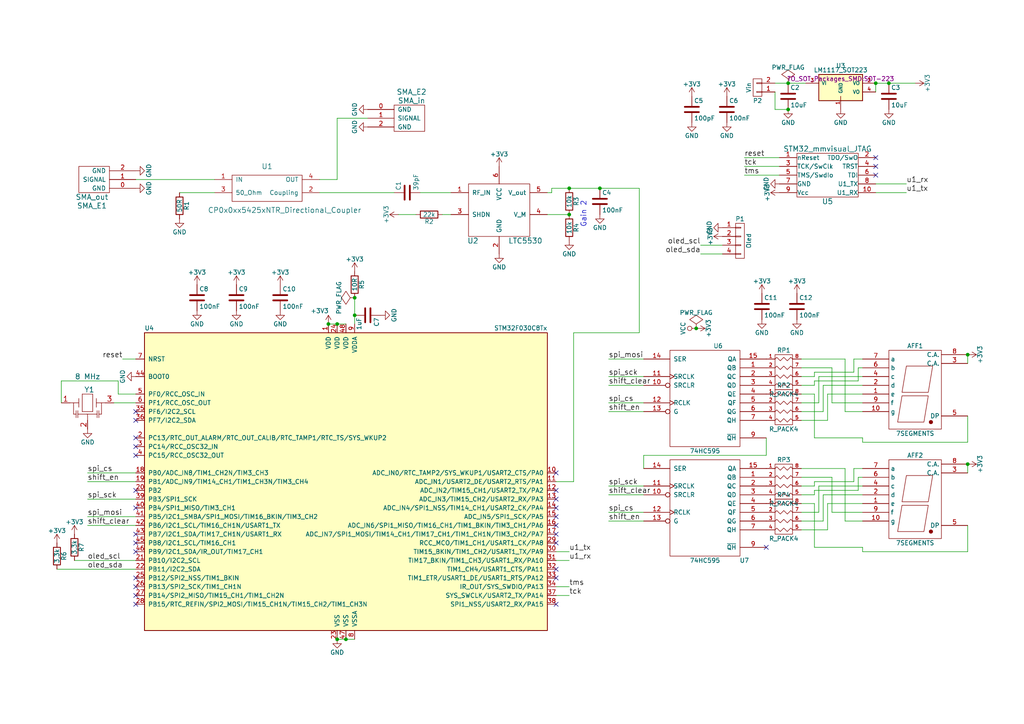
<source format=kicad_sch>
(kicad_sch (version 20230121) (generator eeschema)
  (paper "A4")
  (lib_symbols
    (symbol "cp0x0xx5425xntr_directional_coupler:CP0x0xx5425xNTR_Directional_Coupler" (pin_names (offset 1.016))
      (property "Reference" "U" (at 0 6.35 0))
      (property "Value" "CP0x0xx5425xNTR_Directional_Coupler" (at 5.08 -6.35 0))
      (symbol "CP0x0xx5425xNTR_Directional_Coupler_0_1"
        (rectangle (start -10.16 3.81) (end 10.16 -3.81))
      )
      (symbol "CP0x0xx5425xNTR_Directional_Coupler_1_1"
        (pin input line (at -15.24 2.54 0) (length 5.08) (name "IN") (number "1"))
        (pin input line (at 15.24 -1.27 180) (length 5.08) (name "Coupling") (number "2"))
        (pin input line (at -15.24 -1.27 0) (length 5.08) (name "50_Ohm") (number "3"))
        (pin input line (at 15.24 2.54 180) (length 5.08) (name "OUT") (number "4"))
      )
    )
    (symbol "ltc5530:LTC5530" (pin_names (offset 1.016))
      (property "Reference" "U" (at -5.08 -13.97 0))
      (property "Value" "LTC5530" (at 10.16 -13.97 0))
      (symbol "LTC5530_0_1"
        (rectangle (start -6.35 2.54) (end 11.43 -12.7))
      )
      (symbol "LTC5530_1_1"
        (pin input line (at -11.43 0 0) (length 5.08) (name "RF_IN") (number "1"))
        (pin power_in line (at 2.54 -17.78 90) (length 5.08) (name "GND") (number "2"))
        (pin input line (at -11.43 -6.35 0) (length 5.08) (name "SHDN") (number "3"))
        (pin input line (at 16.51 -6.35 180) (length 5.08) (name "V_M") (number "4"))
        (pin output line (at 16.51 0 180) (length 5.08) (name "V_out") (number "5"))
        (pin power_in line (at 2.54 7.62 270) (length 5.08) (name "VCC") (number "6"))
      )
    )
    (symbol "swr_meter-rescue:+3.3V" (power) (pin_names (offset 0))
      (property "Value" "+3.3V" (at 0 3.556 0))
      (symbol "+3.3V_0_1"
        (polyline (pts (xy -0.762 1.27) (xy 0 2.54)))
        (polyline (pts (xy 0 0) (xy 0 2.54)))
        (polyline (pts (xy 0 2.54) (xy 0.762 1.27)))
      )
      (symbol "+3.3V_1_1"
        (pin power_in line (at 0 0 90) (length 0) hide (name "+3V3") (number "1"))
      )
    )
    (symbol "swr_meter-rescue:74HC595" (pin_names (offset 1.016))
      (property "Reference" "U" (at 3.81 15.24 0))
      (property "Value" "74HC595" (at 0 -15.24 0))
      (symbol "74HC595_0_1"
        (rectangle (start -10.16 -13.97) (end 10.16 13.97))
      )
      (symbol "74HC595_1_1"
        (pin tri_state line (at 17.78 8.89 180) (length 7.62) (name "QB") (number "1"))
        (pin input inverted (at -17.78 3.81 0) (length 7.62) (name "SRCLR") (number "10"))
        (pin input clock (at -17.78 6.35 0) (length 7.62) (name "SRCLK") (number "11"))
        (pin input clock (at -17.78 -1.27 0) (length 7.62) (name "RCLK") (number "12"))
        (pin input inverted (at -17.78 -3.81 0) (length 7.62) (name "G") (number "13"))
        (pin input line (at -17.78 11.43 0) (length 7.62) (name "SER") (number "14"))
        (pin tri_state line (at 17.78 11.43 180) (length 7.62) (name "QA") (number "15"))
        (pin power_in line (at -7.62 13.97 270) (length 0) hide (name "VCC") (number "16"))
        (pin tri_state line (at 17.78 6.35 180) (length 7.62) (name "QC") (number "2"))
        (pin tri_state line (at 17.78 3.81 180) (length 7.62) (name "QD") (number "3"))
        (pin tri_state line (at 17.78 1.27 180) (length 7.62) (name "QE") (number "4"))
        (pin tri_state line (at 17.78 -1.27 180) (length 7.62) (name "QF") (number "5"))
        (pin tri_state line (at 17.78 -3.81 180) (length 7.62) (name "QG") (number "6"))
        (pin tri_state line (at 17.78 -6.35 180) (length 7.62) (name "QH") (number "7"))
        (pin power_in line (at -7.62 -13.97 90) (length 0) hide (name "GND") (number "8"))
        (pin output line (at 17.78 -11.43 180) (length 7.62) (name "~{QH}") (number "9"))
      )
    )
    (symbol "swr_meter-rescue:7SEGMENTS"
      (property "Reference" "AFF" (at 0 13.97 0))
      (property "Value" "7SEGMENTS" (at 0 -11.43 0))
      (symbol "7SEGMENTS_0_1"
        (rectangle (start -7.62 12.7) (end 7.62 -10.16))
        (polyline (pts (xy -3.81 -0.508) (xy 3.81 -0.508) (xy 2.54 -8.128) (xy -5.08 -8.128) (xy -3.81 -0.508) (xy -3.81 -0.508)))
        (polyline (pts (xy -2.54 8.128) (xy 5.08 8.128) (xy 3.81 0.508) (xy -3.81 0.508) (xy -2.54 8.128) (xy -2.54 8.128)))
        (circle (center 4.572 -8.128) (radius 0.508) (fill (type outline)))
      )
      (symbol "7SEGMENTS_1_1"
        (pin input line (at -15.24 0 0) (length 7.62) (name "e") (number "1"))
        (pin input line (at -15.24 -5.08 0) (length 7.62) (name "g") (number "10"))
        (pin input line (at -15.24 2.54 0) (length 7.62) (name "d") (number "2"))
        (pin input line (at 15.24 8.89 180) (length 7.62) (name "C.A.") (number "3"))
        (pin input line (at -15.24 5.08 0) (length 7.62) (name "c") (number "4"))
        (pin input line (at 15.24 -6.35 180) (length 7.62) (name "DP") (number "5"))
        (pin input line (at -15.24 7.62 0) (length 7.62) (name "b") (number "6"))
        (pin input line (at -15.24 10.16 0) (length 7.62) (name "a") (number "7"))
        (pin input line (at 15.24 11.43 180) (length 7.62) (name "C.A.") (number "8"))
        (pin input line (at -15.24 -2.54 0) (length 7.62) (name "f") (number "9"))
      )
    )
    (symbol "swr_meter-rescue:C" (pin_numbers hide) (pin_names (offset 0.254))
      (property "Reference" "C" (at 0.635 2.54 0))
      (property "Value" "C" (at 0.635 -2.54 0))
      (symbol "C_0_1"
        (polyline (pts (xy -2.032 -0.762) (xy 2.032 -0.762)) (stroke (width 0.508)))
        (polyline (pts (xy -2.032 0.762) (xy 2.032 0.762)) (stroke (width 0.508)))
      )
      (symbol "C_1_1"
        (pin passive line (at 0 3.81 270) (length 2.794) (name "~") (number "1"))
        (pin passive line (at 0 -3.81 90) (length 2.794) (name "~") (number "2"))
      )
    )
    (symbol "swr_meter-rescue:CONN_01X02" (pin_names (offset 1.016) hide)
      (property "Reference" "P" (at 0 3.81 0))
      (property "Value" "CONN_01X02" (at 2.54 0 90))
      (symbol "CONN_01X02_0_1"
        (rectangle (start -1.27 -1.143) (end 0.254 -1.397))
        (rectangle (start -1.27 1.397) (end 0.254 1.143))
        (rectangle (start -1.27 2.54) (end 1.27 -2.54))
      )
      (symbol "CONN_01X02_1_1"
        (pin passive line (at -5.08 1.27 0) (length 3.81) (name "P1") (number "1"))
        (pin passive line (at -5.08 -1.27 0) (length 3.81) (name "P2") (number "2"))
      )
    )
    (symbol "swr_meter-rescue:CONN_01X04" (pin_names (offset 1.016) hide)
      (property "Reference" "P" (at 0 6.35 0))
      (property "Value" "CONN_01X04" (at 2.54 0 90))
      (symbol "CONN_01X04_0_1"
        (rectangle (start -1.27 -3.683) (end 0.254 -3.937))
        (rectangle (start -1.27 -1.143) (end 0.254 -1.397))
        (rectangle (start -1.27 1.397) (end 0.254 1.143))
        (rectangle (start -1.27 3.937) (end 0.254 3.683))
        (rectangle (start -1.27 5.08) (end 1.27 -5.08))
      )
      (symbol "CONN_01X04_1_1"
        (pin passive line (at -5.08 3.81 0) (length 3.81) (name "P1") (number "1"))
        (pin passive line (at -5.08 1.27 0) (length 3.81) (name "P2") (number "2"))
        (pin passive line (at -5.08 -1.27 0) (length 3.81) (name "P3") (number "3"))
        (pin passive line (at -5.08 -3.81 0) (length 3.81) (name "P4") (number "4"))
      )
    )
    (symbol "swr_meter-rescue:GND" (power) (pin_names (offset 0))
      (property "Value" "GND" (at 0 -3.81 0))
      (symbol "GND_0_1"
        (polyline (pts (xy 0 0) (xy 0 -1.27) (xy 1.27 -1.27) (xy 0 -2.54) (xy -1.27 -1.27) (xy 0 -1.27)))
      )
      (symbol "GND_1_1"
        (pin power_in line (at 0 0 270) (length 0) hide (name "GND") (number "1"))
      )
    )
    (symbol "swr_meter-rescue:LM1117_SOT223" (pin_names (offset 0.762))
      (property "Reference" "U" (at 0 6.35 0))
      (property "Value" "LM1117_SOT223" (at 0 5.08 0))
      (property "Footprint" "SOT-223" (at 0 2.54 0))
      (symbol "LM1117_SOT223_0_1"
        (rectangle (start -6.35 -3.81) (end 6.35 3.81) (stroke (width 0.254)) (fill (type background)))
      )
      (symbol "LM1117_SOT223_1_1"
        (pin power_in line (at 0 -6.35 90) (length 3.81) (name "GND") (number "1"))
        (pin power_out line (at 10.16 1.27 180) (length 3.81) (name "VO") (number "2"))
        (pin power_in line (at -10.16 1.27 0) (length 3.81) (name "VI") (number "3"))
        (pin power_out line (at 10.16 -1.27 180) (length 3.81) (name "VO") (number "4"))
      )
    )
    (symbol "swr_meter-rescue:PWR_FLAG" (power) (pin_numbers hide) (pin_names (offset 0) hide)
      (property "Value" "PWR_FLAG" (at 0 4.572 0))
      (symbol "PWR_FLAG_0_0"
        (pin power_out line (at 0 0 90) (length 0) (name "pwr") (number "1"))
      )
      (symbol "PWR_FLAG_0_1"
        (polyline (pts (xy 0 0) (xy 0 1.27) (xy -1.905 2.54) (xy 0 3.81) (xy 1.905 2.54) (xy 0 1.27)))
      )
    )
    (symbol "swr_meter-rescue:R" (pin_numbers hide) (pin_names (offset 0))
      (property "Reference" "R" (at 2.032 0 90))
      (property "Value" "R" (at 0 0 90))
      (symbol "R_0_1"
        (rectangle (start -1.016 -2.54) (end 1.016 2.54) (stroke (width 0.254)))
      )
      (symbol "R_1_1"
        (pin passive line (at 0 3.81 270) (length 1.27) (name "~") (number "1"))
        (pin passive line (at 0 -3.81 90) (length 1.27) (name "~") (number "2"))
      )
    )
    (symbol "swr_meter-rescue:RESONATEUR" (pin_names (offset 0.762) hide)
      (property "Reference" "Y" (at 0.508 5.08 0))
      (property "Value" "RESONATEUR" (at 10.922 -5.08 0))
      (symbol "RESONATEUR_0_1"
        (polyline (pts (xy -5.08 1.27) (xy -2.54 1.27)))
        (polyline (pts (xy -4.064 -2.0066) (xy -3.3274 -2.0066)))
        (polyline (pts (xy -4.064 1.27) (xy -4.064 -2.0066)))
        (polyline (pts (xy -3.3274 -0.9906) (xy -3.3274 -3.048)))
        (polyline (pts (xy -2.8194 -2.0066) (xy -0.2794 -2.0066)))
        (polyline (pts (xy -2.8194 -0.9906) (xy -2.8194 -3.048)))
        (polyline (pts (xy -2.54 2.54) (xy -2.54 0)))
        (polyline (pts (xy -1.5494 -1.27) (xy 1.4986 -1.27)))
        (polyline (pts (xy -1.5494 3.81) (xy -1.5494 -1.27)))
        (polyline (pts (xy 0 -2.0066) (xy 0 -3.81)))
        (polyline (pts (xy 1.4986 -1.27) (xy 1.4986 3.81)))
        (polyline (pts (xy 1.4986 3.81) (xy -1.5494 3.81)))
        (polyline (pts (xy 2.54 2.54) (xy 2.54 0)))
        (polyline (pts (xy 2.7686 -2.0066) (xy -0.2794 -2.0066)))
        (polyline (pts (xy 2.7686 -0.9906) (xy 2.7686 -3.048)))
        (polyline (pts (xy 3.2766 -0.9906) (xy 3.2766 -3.048)))
        (polyline (pts (xy 4.0386 -2.0066) (xy 3.2766 -2.0066)))
        (polyline (pts (xy 4.0386 1.27) (xy 4.0386 -2.0066)))
        (polyline (pts (xy 5.08 1.27) (xy 2.54 1.27)))
      )
      (symbol "RESONATEUR_1_1"
        (pin passive line (at -7.62 1.27 0) (length 2.54) (name "1") (number "1"))
        (pin passive line (at 0 -6.35 90) (length 2.54) (name "2") (number "2"))
        (pin passive line (at 7.62 1.27 180) (length 2.54) (name "3") (number "3"))
      )
    )
    (symbol "swr_meter-rescue:R_PACK4" (pin_names hide)
      (property "Reference" "RP" (at 0 11.43 0))
      (property "Value" "R_PACK4" (at 0 -1.27 0))
      (symbol "R_PACK4_0_1"
        (polyline (pts (xy -2.54 10.16) (xy -2.54 0) (xy 2.54 0) (xy 2.54 10.16) (xy -2.54 10.16)))
        (polyline (pts (xy -2.54 1.27) (xy -2.032 1.778) (xy -1.016 0.762) (xy 0 1.778) (xy 1.016 0.762) (xy 2.032 1.778) (xy 2.54 1.27)))
        (polyline (pts (xy -2.54 3.81) (xy -2.032 4.318) (xy -1.016 3.302) (xy 0 4.318) (xy 1.016 3.302) (xy 2.032 4.318) (xy 2.54 3.81)))
        (polyline (pts (xy -2.54 6.35) (xy -2.032 6.858) (xy -1.016 5.842) (xy 0 6.858) (xy 1.016 5.842) (xy 2.032 6.858) (xy 2.54 6.35)))
        (polyline (pts (xy -2.54 8.89) (xy -2.032 9.398) (xy -1.016 8.382) (xy 0 9.398) (xy 1.016 8.382) (xy 2.032 9.398) (xy 2.54 8.89)))
      )
      (symbol "R_PACK4_1_1"
        (pin passive line (at -5.08 8.89 0) (length 2.54) (name "P1") (number "1"))
        (pin passive line (at -5.08 6.35 0) (length 2.54) (name "P2") (number "2"))
        (pin passive line (at -5.08 3.81 0) (length 2.54) (name "P3") (number "3"))
        (pin passive line (at -5.08 1.27 0) (length 2.54) (name "P4") (number "4"))
        (pin passive line (at 5.08 1.27 180) (length 2.54) (name "R4") (number "5"))
        (pin passive line (at 5.08 3.81 180) (length 2.54) (name "R3") (number "6"))
        (pin passive line (at 5.08 6.35 180) (length 2.54) (name "R2") (number "7"))
        (pin passive line (at 5.08 8.89 180) (length 2.54) (name "R1") (number "8"))
      )
    )
    (symbol "swr_meter-rescue:SMA_EDGE" (pin_names (offset 1.016))
      (property "Reference" "SMA_E" (at 3.81 7.62 0))
      (property "Value" "SMA_EDGE" (at 3.81 5.08 0))
      (symbol "SMA_EDGE_0_1"
        (rectangle (start -1.27 3.81) (end 7.62 -3.81))
      )
      (symbol "SMA_EDGE_1_1"
        (pin bidirectional line (at -8.89 2.54 0) (length 7.62) (name "GND") (number "0"))
        (pin bidirectional line (at -8.89 0 0) (length 7.62) (name "SIGNAL") (number "1"))
        (pin bidirectional line (at -8.89 -2.54 0) (length 7.62) (name "GND") (number "2"))
      )
    )
    (symbol "swr_meter-rescue:STM32F030C8Tx" (pin_names (offset 1.016))
      (property "Reference" "U" (at -58.42 43.815 0))
      (property "Value" "STM32F030C8Tx" (at 58.42 43.815 0))
      (property "Footprint" "LQFP48" (at 58.42 42.545 0))
      (symbol "STM32F030C8Tx_0_1"
        (rectangle (start -58.42 -43.18) (end 58.42 43.18) (stroke (width 0.254)) (fill (type background)))
      )
      (symbol "STM32F030C8Tx_1_1"
        (pin power_in line (at -5.08 45.72 270) (length 2.54) (name "VDD") (number "1"))
        (pin bidirectional line (at 60.96 2.54 180) (length 2.54) (name "ADC_IN0/RTC_TAMP2/SYS_WKUP1/USART2_CTS/PA0") (number "10"))
        (pin bidirectional line (at 60.96 0 180) (length 2.54) (name "ADC_IN1/USART2_DE/USART2_RTS/PA1") (number "11"))
        (pin bidirectional line (at 60.96 -2.54 180) (length 2.54) (name "ADC_IN2/TIM15_CH1/USART2_TX/PA2") (number "12"))
        (pin bidirectional line (at 60.96 -5.08 180) (length 2.54) (name "ADC_IN3/TIM15_CH2/USART2_RX/PA3") (number "13"))
        (pin bidirectional line (at 60.96 -7.62 180) (length 2.54) (name "ADC_IN4/SPI1_NSS/TIM14_CH1/USART2_CK/PA4") (number "14"))
        (pin bidirectional line (at 60.96 -10.16 180) (length 2.54) (name "ADC_IN5/SPI1_SCK/PA5") (number "15"))
        (pin bidirectional line (at 60.96 -12.7 180) (length 2.54) (name "ADC_IN6/SPI1_MISO/TIM16_CH1/TIM1_BKIN/TIM3_CH1/PA6") (number "16"))
        (pin bidirectional line (at 60.96 -15.24 180) (length 2.54) (name "ADC_IN7/SPI1_MOSI/TIM14_CH1/TIM17_CH1/TIM1_CH1N/TIM3_CH2/PA7") (number "17"))
        (pin bidirectional line (at -60.96 2.54 0) (length 2.54) (name "PB0/ADC_IN8/TIM1_CH2N/TIM3_CH3") (number "18"))
        (pin bidirectional line (at -60.96 0 0) (length 2.54) (name "PB1/ADC_IN9/TIM14_CH1/TIM1_CH3N/TIM3_CH4") (number "19"))
        (pin bidirectional line (at -60.96 12.7 0) (length 2.54) (name "PC13/RTC_OUT_ALARM/RTC_OUT_CALIB/RTC_TAMP1/RTC_TS/SYS_WKUP2") (number "2"))
        (pin bidirectional line (at -60.96 -2.54 0) (length 2.54) (name "PB2") (number "20"))
        (pin bidirectional line (at -60.96 -22.86 0) (length 2.54) (name "PB10/I2C2_SCL") (number "21"))
        (pin bidirectional line (at -60.96 -25.4 0) (length 2.54) (name "PB11/I2C2_SDA") (number "22"))
        (pin power_in line (at -2.54 -45.72 90) (length 2.54) (name "VSS") (number "23"))
        (pin power_in line (at -2.54 45.72 270) (length 2.54) (name "VDD") (number "24"))
        (pin bidirectional line (at -60.96 -27.94 0) (length 2.54) (name "PB12/SPI2_NSS/TIM1_BKIN") (number "25"))
        (pin bidirectional line (at -60.96 -30.48 0) (length 2.54) (name "PB13/SPI2_SCK/TIM1_CH1N") (number "26"))
        (pin bidirectional line (at -60.96 -33.02 0) (length 2.54) (name "PB14/SPI2_MISO/TIM15_CH1/TIM1_CH2N") (number "27"))
        (pin bidirectional line (at -60.96 -35.56 0) (length 2.54) (name "PB15/RTC_REFIN/SPI2_MOSI/TIM15_CH1N/TIM15_CH2/TIM1_CH3N") (number "28"))
        (pin bidirectional line (at 60.96 -17.78 180) (length 2.54) (name "RCC_MCO/TIM1_CH1/USART1_CK/PA8") (number "29"))
        (pin bidirectional line (at -60.96 10.16 0) (length 2.54) (name "PC14/RCC_OSC32_IN") (number "3"))
        (pin bidirectional line (at 60.96 -20.32 180) (length 2.54) (name "TIM15_BKIN/TIM1_CH2/USART1_TX/PA9") (number "30"))
        (pin bidirectional line (at 60.96 -22.86 180) (length 2.54) (name "TIM17_BKIN/TIM1_CH3/USART1_RX/PA10") (number "31"))
        (pin bidirectional line (at 60.96 -25.4 180) (length 2.54) (name "TIM1_CH4/USART1_CTS/PA11") (number "32"))
        (pin bidirectional line (at 60.96 -27.94 180) (length 2.54) (name "TIM1_ETR/USART1_DE/USART1_RTS/PA12") (number "33"))
        (pin bidirectional line (at 60.96 -30.48 180) (length 2.54) (name "IR_OUT/SYS_SWDIO/PA13") (number "34"))
        (pin bidirectional line (at -60.96 20.32 0) (length 2.54) (name "PF6/I2C2_SCL") (number "35"))
        (pin bidirectional line (at -60.96 17.78 0) (length 2.54) (name "PF7/I2C2_SDA") (number "36"))
        (pin bidirectional line (at 60.96 -33.02 180) (length 2.54) (name "SYS_SWCLK/USART2_TX/PA14") (number "37"))
        (pin bidirectional line (at 60.96 -35.56 180) (length 2.54) (name "SPI1_NSS/USART2_RX/PA15") (number "38"))
        (pin bidirectional line (at -60.96 -5.08 0) (length 2.54) (name "PB3/SPI1_SCK") (number "39"))
        (pin bidirectional line (at -60.96 7.62 0) (length 2.54) (name "PC15/RCC_OSC32_OUT") (number "4"))
        (pin bidirectional line (at -60.96 -7.62 0) (length 2.54) (name "PB4/SPI1_MISO/TIM3_CH1") (number "40"))
        (pin bidirectional line (at -60.96 -10.16 0) (length 2.54) (name "PB5/I2C1_SMBA/SPI1_MOSI/TIM16_BKIN/TIM3_CH2") (number "41"))
        (pin bidirectional line (at -60.96 -12.7 0) (length 2.54) (name "PB6/I2C1_SCL/TIM16_CH1N/USART1_TX") (number "42"))
        (pin bidirectional line (at -60.96 -15.24 0) (length 2.54) (name "PB7/I2C1_SDA/TIM17_CH1N/USART1_RX") (number "43"))
        (pin input line (at -60.96 30.48 0) (length 2.54) (name "BOOT0") (number "44"))
        (pin bidirectional line (at -60.96 -17.78 0) (length 2.54) (name "PB8/I2C1_SCL/TIM16_CH1") (number "45"))
        (pin bidirectional line (at -60.96 -20.32 0) (length 2.54) (name "PB9/I2C1_SDA/IR_OUT/TIM17_CH1") (number "46"))
        (pin power_in line (at 0 -45.72 90) (length 2.54) (name "VSS") (number "47"))
        (pin power_in line (at 0 45.72 270) (length 2.54) (name "VDD") (number "48"))
        (pin input line (at -60.96 25.4 0) (length 2.54) (name "PF0/RCC_OSC_IN") (number "5"))
        (pin input line (at -60.96 22.86 0) (length 2.54) (name "PF1/RCC_OSC_OUT") (number "6"))
        (pin input line (at -60.96 35.56 0) (length 2.54) (name "NRST") (number "7"))
        (pin power_in line (at 2.54 -45.72 90) (length 2.54) (name "VSSA") (number "8"))
        (pin power_in line (at 2.54 45.72 270) (length 2.54) (name "VDDA") (number "9"))
      )
    )
    (symbol "swr_meter-rescue:STM32_mmvisual_JTAG" (pin_names (offset 0.0254))
      (property "Reference" "U" (at 0 -7.62 0))
      (property "Value" "STM32_mmvisual_JTAG" (at 0 7.62 0))
      (symbol "STM32_mmvisual_JTAG_0_1"
        (rectangle (start -8.89 6.35) (end 8.89 -6.35))
      )
      (symbol "STM32_mmvisual_JTAG_1_1"
        (pin passive line (at -13.97 5.08 0) (length 5.08) (name "nReset") (number "1"))
        (pin passive line (at 13.97 -5.08 180) (length 5.08) (name "U1_RX") (number "10"))
        (pin passive line (at 13.97 5.08 180) (length 5.08) (name "TDO/SwO") (number "2"))
        (pin passive line (at -13.97 2.54 0) (length 5.08) (name "TCK/SwClk") (number "3"))
        (pin passive line (at 13.97 2.54 180) (length 5.08) (name "TRST") (number "4"))
        (pin passive line (at -13.97 0 0) (length 5.08) (name "TMS/SwdIo") (number "5"))
        (pin passive line (at 13.97 0 180) (length 5.08) (name "TDI") (number "6"))
        (pin passive line (at -13.97 -2.54 0) (length 5.08) (name "GND") (number "7"))
        (pin passive line (at 13.97 -2.54 180) (length 5.08) (name "U1_TX") (number "8"))
        (pin passive line (at -13.97 -5.08 0) (length 5.08) (name "Vcc") (number "9"))
      )
    )
    (symbol "swr_meter-rescue:VCC" (power) (pin_names (offset 0))
      (property "Value" "VCC" (at 0 3.81 0))
      (symbol "VCC_0_1"
        (polyline (pts (xy 0 0) (xy 0 1.27)))
        (circle (center 0 1.905) (radius 0.635))
      )
      (symbol "VCC_1_1"
        (pin power_in line (at 0 0 90) (length 0) hide (name "VCC") (number "1"))
      )
    )
  )
  (junction (at 280.67 134.62))
  (junction (at 165.1 62.23))
  (junction (at 254 24.13))
  (junction (at 102.87 91.44))
  (junction (at 280.67 102.87))
  (junction (at 173.99 54.61))
  (junction (at 201.93 95.25))
  (junction (at 95.25 93.98))
  (junction (at 97.79 185.42))
  (junction (at 100.33 185.42))
  (junction (at 257.81 24.13))
  (junction (at 102.87 86.36))
  (junction (at 228.6 24.13))
  (junction (at 97.79 93.98))
  (junction (at 228.6 31.75))
  (junction (at 165.1 54.61))
  (no_connect (at 161.29 175.26))
  (no_connect (at 161.29 142.24))
  (no_connect (at 39.37 157.48))
  (no_connect (at 161.29 152.4))
  (no_connect (at 161.29 149.86))
  (no_connect (at 161.29 157.48))
  (no_connect (at 161.29 165.1))
  (no_connect (at 39.37 121.92))
  (no_connect (at 254 50.8))
  (no_connect (at 39.37 167.64))
  (no_connect (at 254 48.26))
  (no_connect (at 39.37 170.18))
  (no_connect (at 222.25 158.75))
  (no_connect (at 39.37 154.94))
  (no_connect (at 161.29 147.32))
  (no_connect (at 161.29 154.94))
  (no_connect (at 39.37 129.54))
  (no_connect (at 39.37 175.26))
  (no_connect (at 39.37 127))
  (no_connect (at 161.29 144.78))
  (no_connect (at 39.37 142.24))
  (no_connect (at 39.37 119.38))
  (no_connect (at 254 45.72))
  (no_connect (at 39.37 132.08))
  (no_connect (at 39.37 147.32))
  (no_connect (at 39.37 172.72))
  (no_connect (at 161.29 167.64))
  (no_connect (at 39.37 160.02))
  (no_connect (at 161.29 137.16))
  (wire (pts (xy 254 26.67) (xy 254 24.13)))
  (wire (pts (xy 236.22 109.22) (xy 236.22 107.95)))
  (wire (pts (xy 248.92 138.43) (xy 250.19 138.43)))
  (wire (pts (xy 203.2 73.66) (xy 209.55 73.66)))
  (wire (pts (xy 186.69 111.76) (xy 176.53 111.76)))
  (wire (pts (xy 241.3 116.84) (xy 250.19 116.84)))
  (wire (pts (xy 160.02 55.88) (xy 160.02 54.61)))
  (wire (pts (xy 222.25 132.08) (xy 186.69 132.08)))
  (wire (pts (xy 236.22 146.05) (xy 236.22 158.75)))
  (wire (pts (xy 34.29 114.3) (xy 39.37 114.3)))
  (wire (pts (xy 237.49 109.22) (xy 250.19 109.22)))
  (wire (pts (xy 250.19 128.27) (xy 280.67 128.27)))
  (wire (pts (xy 250.19 146.05) (xy 240.03 146.05)))
  (wire (pts (xy 186.69 119.38) (xy 176.53 119.38)))
  (wire (pts (xy 224.79 24.13) (xy 228.6 24.13)))
  (wire (pts (xy 240.03 121.92) (xy 232.41 121.92)))
  (wire (pts (xy 232.41 111.76) (xy 236.22 111.76)))
  (wire (pts (xy 92.71 55.88) (xy 114.3 55.88)))
  (wire (pts (xy 237.49 148.59) (xy 237.49 140.97)))
  (wire (pts (xy 39.37 139.7) (xy 25.4 139.7)))
  (wire (pts (xy 241.3 106.68) (xy 241.3 116.84)))
  (wire (pts (xy 224.79 26.67) (xy 224.79 31.75)))
  (wire (pts (xy 17.78 110.49) (xy 34.29 110.49)))
  (wire (pts (xy 236.22 111.76) (xy 236.22 110.49)))
  (wire (pts (xy 232.41 106.68) (xy 241.3 106.68)))
  (wire (pts (xy 232.41 135.89) (xy 245.11 135.89)))
  (wire (pts (xy 97.79 34.29) (xy 106.68 34.29)))
  (wire (pts (xy 247.65 139.7) (xy 247.65 135.89)))
  (wire (pts (xy 236.22 143.51) (xy 236.22 142.24)))
  (wire (pts (xy 232.41 146.05) (xy 236.22 146.05)))
  (wire (pts (xy 161.29 172.72) (xy 165.1 172.72)))
  (wire (pts (xy 224.79 31.75) (xy 228.6 31.75)))
  (wire (pts (xy 16.51 165.1) (xy 39.37 165.1)))
  (wire (pts (xy 186.69 109.22) (xy 176.53 109.22)))
  (wire (pts (xy 245.11 151.13) (xy 250.19 151.13)))
  (wire (pts (xy 34.29 110.49) (xy 34.29 114.3)))
  (wire (pts (xy 17.78 116.84) (xy 17.78 110.49)))
  (wire (pts (xy 102.87 86.36) (xy 102.87 91.44)))
  (wire (pts (xy 280.67 160.02) (xy 280.67 152.4)))
  (wire (pts (xy 248.92 106.68) (xy 250.19 106.68)))
  (wire (pts (xy 232.41 143.51) (xy 236.22 143.51)))
  (wire (pts (xy 62.23 52.07) (xy 39.37 52.07)))
  (wire (pts (xy 166.37 96.52) (xy 166.37 139.7)))
  (wire (pts (xy 166.37 139.7) (xy 161.29 139.7)))
  (wire (pts (xy 232.41 114.3) (xy 236.22 114.3)))
  (wire (pts (xy 186.69 140.97) (xy 176.53 140.97)))
  (wire (pts (xy 186.69 104.14) (xy 176.53 104.14)))
  (wire (pts (xy 236.22 158.75) (xy 250.19 158.75)))
  (wire (pts (xy 254 55.88) (xy 262.89 55.88)))
  (wire (pts (xy 186.69 143.51) (xy 176.53 143.51)))
  (wire (pts (xy 236.22 142.24) (xy 248.92 142.24)))
  (wire (pts (xy 39.37 152.4) (xy 25.4 152.4)))
  (wire (pts (xy 236.22 107.95) (xy 247.65 107.95)))
  (wire (pts (xy 247.65 135.89) (xy 250.19 135.89)))
  (wire (pts (xy 226.06 50.8) (xy 215.9 50.8)))
  (wire (pts (xy 39.37 137.16) (xy 25.4 137.16)))
  (wire (pts (xy 254 24.13) (xy 257.81 24.13)))
  (wire (pts (xy 186.69 148.59) (xy 176.53 148.59)))
  (wire (pts (xy 128.27 62.23) (xy 130.81 62.23)))
  (wire (pts (xy 97.79 185.42) (xy 100.33 185.42)))
  (wire (pts (xy 254 53.34) (xy 262.89 53.34)))
  (wire (pts (xy 232.41 119.38) (xy 238.76 119.38)))
  (wire (pts (xy 237.49 140.97) (xy 250.19 140.97)))
  (wire (pts (xy 186.69 116.84) (xy 176.53 116.84)))
  (wire (pts (xy 33.02 116.84) (xy 39.37 116.84)))
  (wire (pts (xy 245.11 119.38) (xy 250.19 119.38)))
  (wire (pts (xy 236.22 140.97) (xy 236.22 139.7)))
  (wire (pts (xy 232.41 104.14) (xy 245.11 104.14)))
  (wire (pts (xy 209.55 71.12) (xy 203.2 71.12)))
  (wire (pts (xy 186.69 132.08) (xy 186.69 135.89)))
  (wire (pts (xy 241.3 138.43) (xy 241.3 148.59)))
  (wire (pts (xy 250.19 160.02) (xy 280.67 160.02)))
  (wire (pts (xy 238.76 111.76) (xy 250.19 111.76)))
  (wire (pts (xy 238.76 151.13) (xy 238.76 143.51)))
  (wire (pts (xy 158.75 62.23) (xy 165.1 62.23)))
  (wire (pts (xy 39.37 149.86) (xy 25.4 149.86)))
  (wire (pts (xy 173.99 54.61) (xy 185.42 54.61)))
  (wire (pts (xy 248.92 110.49) (xy 248.92 106.68)))
  (wire (pts (xy 39.37 104.14) (xy 35.56 104.14)))
  (wire (pts (xy 257.81 24.13) (xy 265.43 24.13)))
  (wire (pts (xy 21.59 162.56) (xy 39.37 162.56)))
  (wire (pts (xy 228.6 24.13) (xy 233.68 24.13)))
  (wire (pts (xy 238.76 143.51) (xy 250.19 143.51)))
  (wire (pts (xy 232.41 116.84) (xy 237.49 116.84)))
  (wire (pts (xy 232.41 138.43) (xy 241.3 138.43)))
  (wire (pts (xy 95.25 93.98) (xy 97.79 93.98)))
  (wire (pts (xy 236.22 127) (xy 250.19 127)))
  (wire (pts (xy 238.76 119.38) (xy 238.76 111.76)))
  (wire (pts (xy 250.19 127) (xy 250.19 128.27)))
  (wire (pts (xy 158.75 55.88) (xy 160.02 55.88)))
  (wire (pts (xy 250.19 158.75) (xy 250.19 160.02)))
  (wire (pts (xy 161.29 160.02) (xy 165.1 160.02)))
  (wire (pts (xy 100.33 185.42) (xy 102.87 185.42)))
  (wire (pts (xy 250.19 114.3) (xy 240.03 114.3)))
  (wire (pts (xy 245.11 135.89) (xy 245.11 151.13)))
  (wire (pts (xy 121.92 55.88) (xy 130.81 55.88)))
  (wire (pts (xy 240.03 153.67) (xy 232.41 153.67)))
  (wire (pts (xy 185.42 96.52) (xy 166.37 96.52)))
  (wire (pts (xy 240.03 146.05) (xy 240.03 153.67)))
  (wire (pts (xy 232.41 151.13) (xy 238.76 151.13)))
  (wire (pts (xy 165.1 54.61) (xy 173.99 54.61)))
  (wire (pts (xy 280.67 128.27) (xy 280.67 120.65)))
  (wire (pts (xy 226.06 45.72) (xy 215.9 45.72)))
  (wire (pts (xy 226.06 48.26) (xy 215.9 48.26)))
  (wire (pts (xy 161.29 162.56) (xy 165.1 162.56)))
  (wire (pts (xy 280.67 137.16) (xy 280.67 134.62)))
  (wire (pts (xy 185.42 54.61) (xy 185.42 96.52)))
  (wire (pts (xy 236.22 139.7) (xy 247.65 139.7)))
  (wire (pts (xy 97.79 93.98) (xy 100.33 93.98)))
  (wire (pts (xy 247.65 104.14) (xy 250.19 104.14)))
  (wire (pts (xy 102.87 91.44) (xy 102.87 93.98)))
  (wire (pts (xy 248.92 142.24) (xy 248.92 138.43)))
  (wire (pts (xy 115.57 62.23) (xy 120.65 62.23)))
  (wire (pts (xy 245.11 104.14) (xy 245.11 119.38)))
  (wire (pts (xy 161.29 170.18) (xy 165.1 170.18)))
  (wire (pts (xy 280.67 105.41) (xy 280.67 102.87)))
  (wire (pts (xy 222.25 127) (xy 222.25 132.08)))
  (wire (pts (xy 232.41 148.59) (xy 237.49 148.59)))
  (wire (pts (xy 232.41 109.22) (xy 236.22 109.22)))
  (wire (pts (xy 236.22 114.3) (xy 236.22 127)))
  (wire (pts (xy 232.41 140.97) (xy 236.22 140.97)))
  (wire (pts (xy 241.3 148.59) (xy 250.19 148.59)))
  (wire (pts (xy 247.65 107.95) (xy 247.65 104.14)))
  (wire (pts (xy 236.22 110.49) (xy 248.92 110.49)))
  (wire (pts (xy 237.49 116.84) (xy 237.49 109.22)))
  (wire (pts (xy 97.79 52.07) (xy 97.79 34.29)))
  (wire (pts (xy 160.02 54.61) (xy 165.1 54.61)))
  (wire (pts (xy 52.07 55.88) (xy 62.23 55.88)))
  (wire (pts (xy 92.71 52.07) (xy 97.79 52.07)))
  (wire (pts (xy 240.03 114.3) (xy 240.03 121.92)))
  (wire (pts (xy 186.69 151.13) (xy 176.53 151.13)))
  (wire (pts (xy 39.37 144.78) (xy 25.4 144.78)))
  (text "Gain 2\n" (at 170.18 66.04 90) (effects (font (size 1.524 1.524)) (justify left bottom)))
  (label "tck" (at 215.9 48.26 0) (effects (font (size 1.524 1.524))))
  (label "spi_cs" (at 176.53 148.59 0) (effects (font (size 1.524 1.524))))
  (label "shift_en" (at 176.53 151.13 0) (effects (font (size 1.524 1.524))))
  (label "u1_tx" (at 165.1 160.02 0) (effects (font (size 1.524 1.524))))
  (label "spi_cs" (at 25.4 137.16 0) (effects (font (size 1.524 1.524))))
  (label "tms" (at 165.1 170.18 0) (effects (font (size 1.524 1.524))))
  (label "shift_clear" (at 176.53 111.76 0) (effects (font (size 1.524 1.524))))
  (label "shift_en" (at 25.4 139.7 0) (effects (font (size 1.524 1.524))))
  (label "oled_sda" (at 203.2 73.66 180) (effects (font (size 1.524 1.524))))
  (label "reset" (at 35.56 104.14 180) (effects (font (size 1.524 1.524))))
  (label "shift_clear" (at 176.53 143.51 0) (effects (font (size 1.524 1.524))))
  (label "u1_tx" (at 262.89 55.88 0) (effects (font (size 1.524 1.524))))
  (label "oled_scl" (at 203.2 71.12 180) (effects (font (size 1.524 1.524))))
  (label "spi_sck" (at 25.4 144.78 0) (effects (font (size 1.524 1.524))))
  (label "spi_sck" (at 176.53 140.97 0) (effects (font (size 1.524 1.524))))
  (label "spi_cs" (at 176.53 116.84 0) (effects (font (size 1.524 1.524))))
  (label "u1_rx" (at 262.89 53.34 0) (effects (font (size 1.524 1.524))))
  (label "reset" (at 215.9 45.72 0) (effects (font (size 1.524 1.524))))
  (label "spi_mosi" (at 176.53 104.14 0) (effects (font (size 1.524 1.524))))
  (label "oled_scl" (at 25.4 162.56 0) (effects (font (size 1.524 1.524))))
  (label "tck" (at 165.1 172.72 0) (effects (font (size 1.524 1.524))))
  (label "oled_sda" (at 25.4 165.1 0) (effects (font (size 1.524 1.524))))
  (label "shift_en" (at 176.53 119.38 0) (effects (font (size 1.524 1.524))))
  (label "spi_sck" (at 176.53 109.22 0) (effects (font (size 1.524 1.524))))
  (label "shift_clear" (at 25.4 152.4 0) (effects (font (size 1.524 1.524))))
  (label "u1_rx" (at 165.1 162.56 0) (effects (font (size 1.524 1.524))))
  (label "tms" (at 215.9 50.8 0) (effects (font (size 1.524 1.524))))
  (label "spi_mosi" (at 25.4 149.86 0) (effects (font (size 1.524 1.524))))
  (symbol (lib_id "cp0x0xx5425xntr_directional_coupler:CP0x0xx5425xNTR_Directional_Coupler") (at 77.47 54.61 0) (unit 1)
    (property "Reference" "U1" (at 77.47 48.26 0) (effects (font (size 1.524 1.524))))
    (property "Value" "CP0x0xx5425xNTR_Directional_Coupler" (at 82.55 60.96 0) (effects (font (size 1.524 1.524))))
    (property "Footprint" "Toni:CP0603_directional_coupler" (effects hide))
  )
  (symbol (lib_id "swr_meter-rescue:R") (at 52.07 59.69 0) (unit 1)
    (property "Reference" "R1" (at 54.102 59.69 90))
    (property "Value" "50R" (at 52.07 59.69 90))
    (property "Footprint" "Resistors_SMD:R_0603" (effects hide))
  )
  (symbol (lib_id "swr_meter-rescue:GND") (at 52.07 63.5 0) (unit 1)
    (property "Reference" "#PWR01" (effects hide))
    (property "Value" "GND" (at 52.07 67.31 0))
  )
  (symbol (lib_id "swr_meter-rescue:SMA_EDGE") (at 30.48 52.07 180) (unit 1)
    (property "Reference" "SMA_E1" (at 26.67 59.69 0) (effects (font (size 1.524 1.524))))
    (property "Value" "SMA_out" (at 26.67 57.15 0) (effects (font (size 1.524 1.524))))
    (property "Footprint" "Toni:SMA_EDGE_Johnson_142-0701-801" (effects hide))
  )
  (symbol (lib_id "swr_meter-rescue:SMA_EDGE") (at 115.57 34.29 0) (unit 1)
    (property "Reference" "SMA_E2" (at 119.38 26.67 0) (effects (font (size 1.524 1.524))))
    (property "Value" "SMA_in" (at 119.38 29.21 0) (effects (font (size 1.524 1.524))))
    (property "Footprint" "Toni:SMA_EDGE_Johnson_142-0701-801" (effects hide))
  )
  (symbol (lib_id "swr_meter-rescue:GND") (at 39.37 49.53 90) (unit 1)
    (property "Reference" "#PWR02" (effects hide))
    (property "Value" "GND" (at 43.18 49.53 0))
  )
  (symbol (lib_id "swr_meter-rescue:GND") (at 39.37 54.61 90) (unit 1)
    (property "Reference" "#PWR03" (effects hide))
    (property "Value" "GND" (at 43.18 54.61 0))
  )
  (symbol (lib_id "swr_meter-rescue:GND") (at 106.68 36.83 270) (unit 1)
    (property "Reference" "#PWR04" (effects hide))
    (property "Value" "GND" (at 102.87 36.83 0))
  )
  (symbol (lib_id "swr_meter-rescue:GND") (at 106.68 31.75 270) (unit 1)
    (property "Reference" "#PWR05" (effects hide))
    (property "Value" "GND" (at 102.87 31.75 0))
  )
  (symbol (lib_id "swr_meter-rescue:GND") (at 210.82 35.56 0) (unit 1)
    (property "Reference" "#PWR06" (effects hide))
    (property "Value" "GND" (at 210.82 39.37 0))
  )
  (symbol (lib_id "swr_meter-rescue:C") (at 210.82 31.75 0) (unit 1)
    (property "Reference" "C6" (at 211.455 29.21 0) (effects (justify left)))
    (property "Value" "100nF" (at 211.455 34.29 0) (effects (justify left)))
    (property "Footprint" "Resistors_SMD:R_0402" (effects hide))
  )
  (symbol (lib_id "swr_meter-rescue:C") (at 200.66 31.75 0) (unit 1)
    (property "Reference" "C5" (at 201.295 29.21 0) (effects (justify left)))
    (property "Value" "100pF" (at 201.295 34.29 0) (effects (justify left)))
    (property "Footprint" "Capacitors_SMD:C_0603" (effects hide))
  )
  (symbol (lib_id "swr_meter-rescue:GND") (at 200.66 35.56 0) (unit 1)
    (property "Reference" "#PWR07" (effects hide))
    (property "Value" "GND" (at 200.66 39.37 0))
  )
  (symbol (lib_id "ltc5530:LTC5530") (at 142.24 55.88 0) (unit 1)
    (property "Reference" "U2" (at 137.16 69.85 0) (effects (font (size 1.524 1.524))))
    (property "Value" "LTC5530" (at 152.4 69.85 0) (effects (font (size 1.524 1.524))))
    (property "Footprint" "TO_SOT_Packages_SMD:SOT-23-6" (effects hide))
  )
  (symbol (lib_id "swr_meter-rescue:GND") (at 144.78 73.66 0) (unit 1)
    (property "Reference" "#PWR08" (effects hide))
    (property "Value" "GND" (at 144.78 77.47 0))
  )
  (symbol (lib_id "swr_meter-rescue:C") (at 118.11 55.88 90) (unit 1)
    (property "Reference" "C1" (at 115.57 55.245 0) (effects (justify left)))
    (property "Value" "39pF" (at 120.65 55.245 0) (effects (justify left)))
    (property "Footprint" "Capacitors_SMD:C_0603" (effects hide))
  )
  (symbol (lib_id "swr_meter-rescue:R") (at 124.46 62.23 270) (unit 1)
    (property "Reference" "R2" (at 124.46 64.262 90))
    (property "Value" "22k" (at 124.46 62.23 90))
    (property "Footprint" "Resistors_SMD:R_0603" (effects hide))
  )
  (symbol (lib_id "swr_meter-rescue:R") (at 165.1 58.42 0) (unit 1)
    (property "Reference" "R3" (at 167.132 58.42 90))
    (property "Value" "10k" (at 165.1 58.42 90))
    (property "Footprint" "Resistors_SMD:R_0603" (effects hide))
  )
  (symbol (lib_id "swr_meter-rescue:R") (at 165.1 66.04 0) (unit 1)
    (property "Reference" "R4" (at 167.132 66.04 90))
    (property "Value" "10k" (at 165.1 66.04 90))
    (property "Footprint" "Resistors_SMD:R_0603" (effects hide))
  )
  (symbol (lib_id "swr_meter-rescue:GND") (at 165.1 69.85 0) (unit 1)
    (property "Reference" "#PWR09" (effects hide))
    (property "Value" "GND" (at 165.1 73.66 0))
  )
  (symbol (lib_id "swr_meter-rescue:C") (at 173.99 58.42 0) (unit 1)
    (property "Reference" "C4" (at 174.625 55.88 0) (effects (justify left)))
    (property "Value" "100nF" (at 174.625 60.96 0) (effects (justify left)))
    (property "Footprint" "Resistors_SMD:R_0402" (effects hide))
  )
  (symbol (lib_id "swr_meter-rescue:GND") (at 173.99 62.23 0) (unit 1)
    (property "Reference" "#PWR010" (effects hide))
    (property "Value" "GND" (at 173.99 66.04 0))
  )
  (symbol (lib_id "swr_meter-rescue:GND") (at 243.84 31.75 0) (unit 1)
    (property "Reference" "#PWR011" (effects hide))
    (property "Value" "GND" (at 243.84 35.56 0))
  )
  (symbol (lib_id "swr_meter-rescue:C") (at 257.81 27.94 0) (unit 1)
    (property "Reference" "C3" (at 258.445 25.4 0) (effects (justify left)))
    (property "Value" "10uF" (at 258.445 30.48 0) (effects (justify left)))
    (property "Footprint" "Resistors_SMD:R_0805" (effects hide))
  )
  (symbol (lib_id "swr_meter-rescue:C") (at 228.6 27.94 0) (unit 1)
    (property "Reference" "C2" (at 229.235 25.4 0) (effects (justify left)))
    (property "Value" "10uF" (at 229.235 30.48 0) (effects (justify left)))
    (property "Footprint" "Resistors_SMD:R_0805" (effects hide))
  )
  (symbol (lib_id "swr_meter-rescue:GND") (at 257.81 31.75 0) (unit 1)
    (property "Reference" "#PWR012" (effects hide))
    (property "Value" "GND" (at 257.81 35.56 0))
  )
  (symbol (lib_id "swr_meter-rescue:GND") (at 228.6 31.75 0) (unit 1)
    (property "Reference" "#PWR013" (effects hide))
    (property "Value" "GND" (at 228.6 35.56 0))
  )
  (symbol (lib_id "swr_meter-rescue:LM1117_SOT223") (at 243.84 25.4 0) (unit 1)
    (property "Reference" "U3" (at 243.84 19.05 0))
    (property "Value" "LM1117_SOT223" (at 243.84 20.32 0))
    (property "Footprint" "TO_SOT_Packages_SMD:SOT-223" (at 243.84 22.86 0))
  )
  (symbol (lib_id "swr_meter-rescue:STM32F030C8Tx") (at 100.33 139.7 0) (unit 1)
    (property "Reference" "U4" (at 41.91 95.885 0) (effects (justify left bottom)))
    (property "Value" "STM32F030C8Tx" (at 158.75 95.885 0) (effects (justify right bottom)))
    (property "Footprint" "Housings_QFP:LQFP-48_7x7mm_Pitch0.5mm" (effects hide))
  )
  (symbol (lib_id "swr_meter-rescue:GND") (at 39.37 109.22 270) (unit 1)
    (property "Reference" "#PWR014" (effects hide))
    (property "Value" "GND" (at 35.56 109.22 0))
  )
  (symbol (lib_id "swr_meter-rescue:+3.3V") (at 265.43 24.13 270) (unit 1)
    (property "Reference" "#PWR015" (effects hide))
    (property "Value" "+3.3V" (at 268.986 24.13 0))
  )
  (symbol (lib_id "swr_meter-rescue:+3.3V") (at 115.57 62.23 90) (unit 1)
    (property "Reference" "#PWR016" (effects hide))
    (property "Value" "+3.3V" (at 112.014 62.23 0))
  )
  (symbol (lib_id "swr_meter-rescue:+3.3V") (at 144.78 48.26 0) (unit 1)
    (property "Reference" "#PWR017" (effects hide))
    (property "Value" "+3.3V" (at 144.78 44.704 0))
  )
  (symbol (lib_id "swr_meter-rescue:+3.3V") (at 200.66 27.94 0) (unit 1)
    (property "Reference" "#PWR018" (effects hide))
    (property "Value" "+3.3V" (at 200.66 24.384 0))
  )
  (symbol (lib_id "swr_meter-rescue:+3.3V") (at 210.82 27.94 0) (unit 1)
    (property "Reference" "#PWR019" (effects hide))
    (property "Value" "+3.3V" (at 210.82 24.384 0))
  )
  (symbol (lib_id "swr_meter-rescue:+3.3V") (at 95.25 93.98 0) (unit 1)
    (property "Reference" "#PWR020" (effects hide))
    (property "Value" "+3.3V" (at 92.71 90.17 0))
  )
  (symbol (lib_id "swr_meter-rescue:GND") (at 97.79 185.42 0) (unit 1)
    (property "Reference" "#PWR021" (effects hide))
    (property "Value" "GND" (at 97.79 189.23 0))
  )
  (symbol (lib_id "swr_meter-rescue:STM32_mmvisual_JTAG") (at 240.03 50.8 0) (unit 1)
    (property "Reference" "U5" (at 240.03 58.42 0) (effects (font (size 1.524 1.524))))
    (property "Value" "STM32_mmvisual_JTAG" (at 240.03 43.18 0) (effects (font (size 1.524 1.524))))
    (property "Footprint" "Philipp:MICROMATCH-10" (effects hide))
  )
  (symbol (lib_id "swr_meter-rescue:R") (at 102.87 82.55 0) (unit 1)
    (property "Reference" "R5" (at 104.902 82.55 90))
    (property "Value" "10R" (at 102.87 82.55 90))
    (property "Footprint" "Capacitors_SMD:C_0603" (effects hide))
  )
  (symbol (lib_id "swr_meter-rescue:C") (at 106.68 91.44 270) (unit 1)
    (property "Reference" "C7" (at 109.22 92.075 0) (effects (justify left)))
    (property "Value" "1uF" (at 104.14 92.075 0) (effects (justify left)))
    (property "Footprint" "Capacitors_SMD:C_0603" (effects hide))
  )
  (symbol (lib_id "swr_meter-rescue:+3.3V") (at 102.87 78.74 0) (unit 1)
    (property "Reference" "#PWR022" (effects hide))
    (property "Value" "+3.3V" (at 102.87 75.184 0))
  )
  (symbol (lib_id "swr_meter-rescue:GND") (at 110.49 91.44 90) (unit 1)
    (property "Reference" "#PWR023" (effects hide))
    (property "Value" "GND" (at 114.3 91.44 0))
  )
  (symbol (lib_id "swr_meter-rescue:+3.3V") (at 226.06 55.88 90) (unit 1)
    (property "Reference" "#PWR024" (effects hide))
    (property "Value" "+3.3V" (at 222.504 55.88 0))
  )
  (symbol (lib_id "swr_meter-rescue:GND") (at 226.06 53.34 270) (unit 1)
    (property "Reference" "#PWR025" (effects hide))
    (property "Value" "GND" (at 222.25 53.34 0))
  )
  (symbol (lib_id "swr_meter-rescue:C") (at 57.15 86.36 0) (unit 1)
    (property "Reference" "C8" (at 57.785 83.82 0) (effects (justify left)))
    (property "Value" "100nF" (at 57.785 88.9 0) (effects (justify left)))
    (property "Footprint" "Resistors_SMD:R_0402" (effects hide))
  )
  (symbol (lib_id "swr_meter-rescue:GND") (at 57.15 90.17 0) (unit 1)
    (property "Reference" "#PWR026" (effects hide))
    (property "Value" "GND" (at 57.15 93.98 0))
  )
  (symbol (lib_id "swr_meter-rescue:+3.3V") (at 57.15 82.55 0) (unit 1)
    (property "Reference" "#PWR027" (effects hide))
    (property "Value" "+3.3V" (at 57.15 78.994 0))
  )
  (symbol (lib_id "swr_meter-rescue:C") (at 68.58 86.36 0) (unit 1)
    (property "Reference" "C9" (at 69.215 83.82 0) (effects (justify left)))
    (property "Value" "100nF" (at 69.215 88.9 0) (effects (justify left)))
    (property "Footprint" "Resistors_SMD:R_0402" (effects hide))
  )
  (symbol (lib_id "swr_meter-rescue:GND") (at 68.58 90.17 0) (unit 1)
    (property "Reference" "#PWR028" (effects hide))
    (property "Value" "GND" (at 68.58 93.98 0))
  )
  (symbol (lib_id "swr_meter-rescue:+3.3V") (at 68.58 82.55 0) (unit 1)
    (property "Reference" "#PWR029" (effects hide))
    (property "Value" "+3.3V" (at 68.58 78.994 0))
  )
  (symbol (lib_id "swr_meter-rescue:C") (at 81.28 86.36 0) (unit 1)
    (property "Reference" "C10" (at 81.915 83.82 0) (effects (justify left)))
    (property "Value" "100nF" (at 81.915 88.9 0) (effects (justify left)))
    (property "Footprint" "Resistors_SMD:R_0402" (effects hide))
  )
  (symbol (lib_id "swr_meter-rescue:GND") (at 81.28 90.17 0) (unit 1)
    (property "Reference" "#PWR030" (effects hide))
    (property "Value" "GND" (at 81.28 93.98 0))
  )
  (symbol (lib_id "swr_meter-rescue:+3.3V") (at 81.28 82.55 0) (unit 1)
    (property "Reference" "#PWR031" (effects hide))
    (property "Value" "+3.3V" (at 81.28 78.994 0))
  )
  (symbol (lib_id "swr_meter-rescue:7SEGMENTS") (at 265.43 114.3 0) (unit 1)
    (property "Reference" "AFF1" (at 265.43 100.33 0))
    (property "Value" "7SEGMENTS" (at 265.43 125.73 0))
    (property "Footprint" "Housings_DIP:DIP-10_W7.62mm" (effects hide))
  )
  (symbol (lib_id "swr_meter-rescue:RESONATEUR") (at 25.4 118.11 0) (unit 1)
    (property "Reference" "Y1" (at 25.908 113.03 0) (effects (font (size 1.524 1.524))))
    (property "Value" "8 MHz" (at 25.4 109.22 0) (effects (font (size 1.524 1.524))))
    (property "Footprint" "Toni:CerOsc_3,2x1,3" (effects hide))
  )
  (symbol (lib_id "swr_meter-rescue:GND") (at 25.4 124.46 0) (unit 1)
    (property "Reference" "#PWR032" (effects hide))
    (property "Value" "GND" (at 25.4 128.27 0))
  )
  (symbol (lib_id "swr_meter-rescue:+3.3V") (at 280.67 102.87 270) (unit 1)
    (property "Reference" "#PWR033" (effects hide))
    (property "Value" "+3.3V" (at 284.226 102.87 0))
  )
  (symbol (lib_id "swr_meter-rescue:74HC595") (at 204.47 115.57 0) (unit 1)
    (property "Reference" "U6" (at 208.28 100.33 0))
    (property "Value" "74HC595" (at 204.47 130.81 0))
    (property "Footprint" "Housings_SOIC:SOIC-16_3.9x9.9mm_Pitch1.27mm" (effects hide))
  )
  (symbol (lib_id "swr_meter-rescue:CONN_01X04") (at 214.63 69.85 0) (unit 1)
    (property "Reference" "P1" (at 214.63 63.5 0))
    (property "Value" "Oled" (at 217.17 69.85 90))
    (property "Footprint" "Pin_Headers:Pin_Header_Straight_1x04" (effects hide))
  )
  (symbol (lib_id "swr_meter-rescue:GND") (at 209.55 66.04 270) (unit 1)
    (property "Reference" "#PWR041" (effects hide))
    (property "Value" "GND" (at 205.74 66.04 0))
  )
  (symbol (lib_id "swr_meter-rescue:+3.3V") (at 209.55 68.58 90) (unit 1)
    (property "Reference" "#PWR042" (effects hide))
    (property "Value" "+3.3V" (at 205.994 68.58 0))
  )
  (symbol (lib_id "swr_meter-rescue:C") (at 220.98 88.9 0) (unit 1)
    (property "Reference" "C11" (at 221.615 86.36 0) (effects (justify left)))
    (property "Value" "100nF" (at 221.615 91.44 0) (effects (justify left)))
    (property "Footprint" "Resistors_SMD:R_0402" (effects hide))
  )
  (symbol (lib_id "swr_meter-rescue:GND") (at 220.98 92.71 0) (unit 1)
    (property "Reference" "#PWR037" (effects hide))
    (property "Value" "GND" (at 220.98 96.52 0))
  )
  (symbol (lib_id "swr_meter-rescue:+3.3V") (at 220.98 85.09 0) (unit 1)
    (property "Reference" "#PWR038" (effects hide))
    (property "Value" "+3.3V" (at 220.98 81.534 0))
  )
  (symbol (lib_id "swr_meter-rescue:C") (at 231.14 88.9 0) (unit 1)
    (property "Reference" "C12" (at 231.775 86.36 0) (effects (justify left)))
    (property "Value" "100nF" (at 231.775 91.44 0) (effects (justify left)))
    (property "Footprint" "Resistors_SMD:R_0402" (effects hide))
  )
  (symbol (lib_id "swr_meter-rescue:GND") (at 231.14 92.71 0) (unit 1)
    (property "Reference" "#PWR039" (effects hide))
    (property "Value" "GND" (at 231.14 96.52 0))
  )
  (symbol (lib_id "swr_meter-rescue:+3.3V") (at 231.14 85.09 0) (unit 1)
    (property "Reference" "#PWR040" (effects hide))
    (property "Value" "+3.3V" (at 231.14 81.534 0))
  )
  (symbol (lib_id "swr_meter-rescue:R_PACK4") (at 227.33 113.03 0) (unit 1)
    (property "Reference" "RP1" (at 227.33 101.6 0))
    (property "Value" "R_PACK4" (at 227.33 114.3 0))
    (property "Footprint" "Toni:R_array_4" (effects hide))
  )
  (symbol (lib_id "swr_meter-rescue:R_PACK4") (at 227.33 123.19 0) (unit 1)
    (property "Reference" "RP2" (at 227.33 111.76 0))
    (property "Value" "R_PACK4" (at 227.33 124.46 0))
    (property "Footprint" "Toni:R_array_4" (effects hide))
  )
  (symbol (lib_id "swr_meter-rescue:R") (at 21.59 158.75 0) (unit 1)
    (property "Reference" "R7" (at 23.622 158.75 90))
    (property "Value" "3,3k" (at 21.59 158.75 90))
    (property "Footprint" "Resistors_SMD:R_0603" (effects hide))
  )
  (symbol (lib_id "swr_meter-rescue:PWR_FLAG") (at 201.93 95.25 0) (unit 1)
    (property "Reference" "#FLG043" (effects hide))
    (property "Value" "PWR_FLAG" (at 201.93 90.678 0))
  )
  (symbol (lib_id "swr_meter-rescue:R") (at 16.51 161.29 0) (unit 1)
    (property "Reference" "R6" (at 18.542 161.29 90))
    (property "Value" "3,3k" (at 16.51 161.29 90))
    (property "Footprint" "Resistors_SMD:R_0603" (effects hide))
  )
  (symbol (lib_id "swr_meter-rescue:PWR_FLAG") (at 228.6 24.13 0) (unit 1)
    (property "Reference" "#FLG044" (effects hide))
    (property "Value" "PWR_FLAG" (at 228.6 19.558 0))
  )
  (symbol (lib_id "swr_meter-rescue:7SEGMENTS") (at 265.43 146.05 0) (unit 1)
    (property "Reference" "AFF2" (at 265.43 132.08 0))
    (property "Value" "7SEGMENTS" (at 265.43 157.48 0))
    (property "Footprint" "Housings_DIP:DIP-10_W7.62mm" (effects hide))
  )
  (symbol (lib_id "swr_meter-rescue:+3.3V") (at 280.67 134.62 270) (unit 1)
    (property "Reference" "#PWR034" (effects hide))
    (property "Value" "+3.3V" (at 284.226 134.62 0))
  )
  (symbol (lib_id "swr_meter-rescue:74HC595") (at 204.47 147.32 0) (unit 1)
    (property "Reference" "U7" (at 215.9 162.56 0))
    (property "Value" "74HC595" (at 204.47 162.56 0))
    (property "Footprint" "Housings_SOIC:SOIC-16_3.9x9.9mm_Pitch1.27mm" (effects hide))
  )
  (symbol (lib_id "swr_meter-rescue:R_PACK4") (at 227.33 144.78 0) (unit 1)
    (property "Reference" "RP3" (at 227.33 133.35 0))
    (property "Value" "R_PACK4" (at 227.33 146.05 0))
    (property "Footprint" "Toni:R_array_4" (effects hide))
  )
  (symbol (lib_id "swr_meter-rescue:R_PACK4") (at 227.33 154.94 0) (unit 1)
    (property "Reference" "RP4" (at 227.33 143.51 0))
    (property "Value" "R_PACK4" (at 227.33 156.21 0))
    (property "Footprint" "Toni:R_array_4" (effects hide))
  )
  (symbol (lib_id "swr_meter-rescue:+3.3V") (at 16.51 157.48 0) (unit 1)
    (property "Reference" "#PWR046" (effects hide))
    (property "Value" "+3.3V" (at 16.51 153.924 0))
  )
  (symbol (lib_id "swr_meter-rescue:+3.3V") (at 21.59 154.94 0) (unit 1)
    (property "Reference" "#PWR047" (effects hide))
    (property "Value" "+3.3V" (at 21.59 151.384 0))
  )
  (symbol (lib_id "swr_meter-rescue:PWR_FLAG") (at 102.87 86.36 90) (unit 1)
    (property "Reference" "#FLG045" (effects hide))
    (property "Value" "PWR_FLAG" (at 98.298 86.36 0))
  )
  (symbol (lib_id "swr_meter-rescue:+3.3V") (at 201.93 95.25 270) (unit 1)
    (property "Reference" "#PWR035" (effects hide))
    (property "Value" "+3.3V" (at 205.486 95.25 0))
  )
  (symbol (lib_id "swr_meter-rescue:VCC") (at 201.93 95.25 90) (unit 1)
    (property "Reference" "#PWR036" (effects hide))
    (property "Value" "VCC" (at 198.12 95.25 0))
  )
  (symbol (lib_id "swr_meter-rescue:CONN_01X02") (at 219.71 25.4 180) (unit 1)
    (property "Reference" "P2" (at 219.71 29.21 0))
    (property "Value" "Vin" (at 217.17 25.4 90))
    (property "Footprint" "Pin_Headers:Pin_Header_Straight_1x02" (effects hide))
  )
)
</source>
